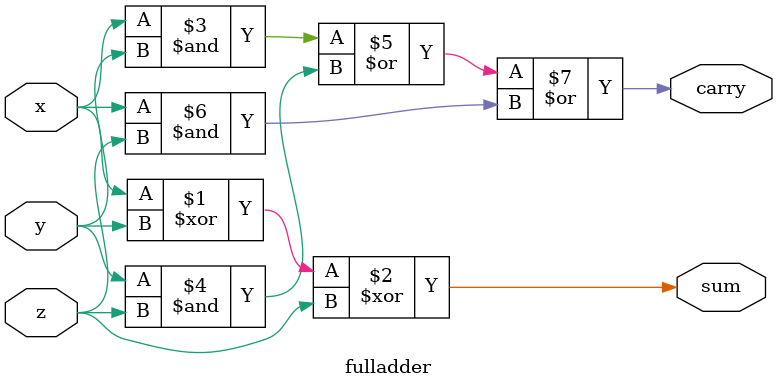
<source format=sv>

module fulladder(
  x,y,z,sum,carry);
  
  input x,y,z;
  
  output wire sum,carry;
  
  assign sum = x^y^z;
  assign carry = (x&y) | (y&z) |(x&z);
  
endmodule
  
  
  

</source>
